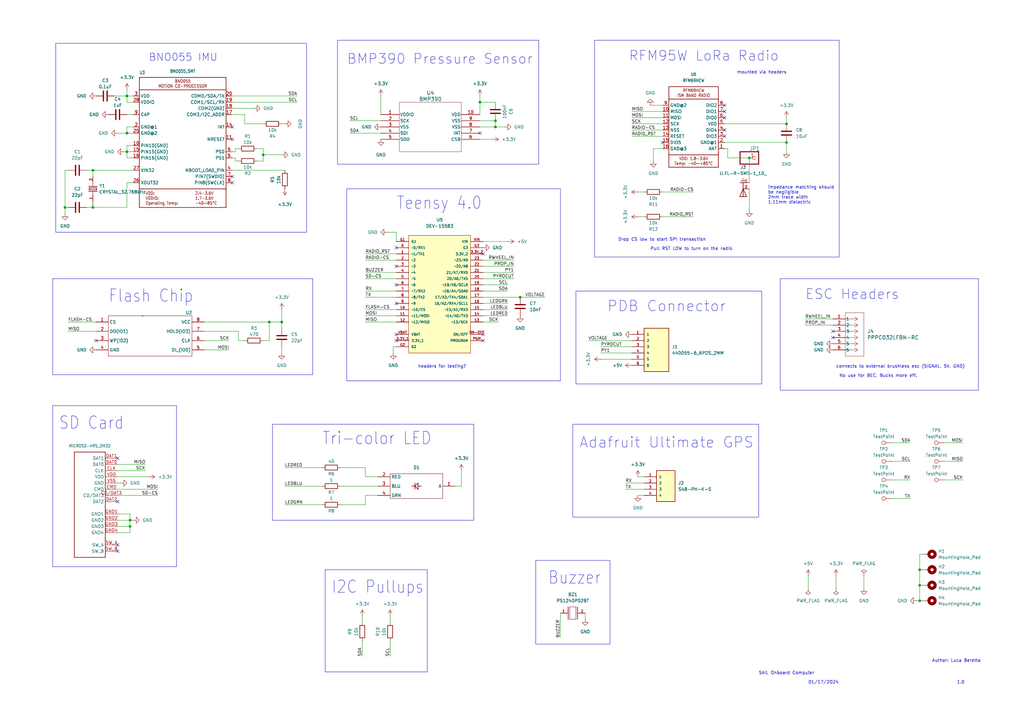
<source format=kicad_sch>
(kicad_sch (version 20230121) (generator eeschema)
  (paper "A3")
  (junction (at 307.34 64.77))
  (junction (at 52.07 62.23))
  (junction (at 213.36 121.92))
  (junction (at 26.67 85.09))
  (junction (at 52.07 54.61))
  (junction (at 115.57 132.08))
  (junction (at 322.58 58.42))
  (junction (at 110.49 132.08))
  (junction (at 196.85 41.91))
  (junction (at 377.19 246.38))
  (junction (at 53.34 215.9))
  (junction (at 38.1 69.85))
  (junction (at 377.19 233.68))
  (junction (at 107.95 63.5))
  (junction (at 203.2 49.53))
  (junction (at 203.2 52.07))
  (junction (at 322.58 50.8))
  (junction (at 53.34 213.36))
  (junction (at 377.19 240.03))
  (junction (at 52.07 39.37))
  (junction (at 38.1 85.09))
  (no_connect (at 162.56 137.16))
  (no_connect (at 297.18 43.18))
  (no_connect (at 95.25 72.39))
  (no_connect (at 196.85 54.61))
  (no_connect (at 95.25 74.93))
  (no_connect (at 48.26 187.96))
  (no_connect (at 162.56 101.6))
  (no_connect (at 297.18 53.34))
  (no_connect (at 95.25 52.07))
  (no_connect (at 39.37 139.7))
  (no_connect (at 162.56 116.84))
  (no_connect (at 297.18 55.88))
  (no_connect (at 48.26 226.06))
  (no_connect (at 162.56 124.46))
  (no_connect (at 95.25 57.15))
  (no_connect (at 341.63 138.43))
  (no_connect (at 341.63 135.89))
  (no_connect (at 198.12 137.16))
  (no_connect (at 297.18 45.72))
  (no_connect (at 297.18 48.26))
  (no_connect (at 48.26 223.52))
  (no_connect (at 48.26 205.74))
  (no_connect (at 162.56 139.7))
  (no_connect (at 198.12 139.7))
  (no_connect (at 162.56 109.22))
  (no_connect (at 198.12 104.14))
  (no_connect (at 271.78 58.42))
  (wire (pts (xy 54.61 213.36) (xy 53.34 213.36)))
  (wire (pts (xy 373.38 181.61) (xy 365.76 181.61)))
  (wire (pts (xy 394.97 189.23) (xy 387.35 189.23)))
  (wire (pts (xy 210.82 114.3) (xy 198.12 114.3)))
  (wire (pts (xy 52.07 62.23) (xy 54.61 62.23)))
  (wire (pts (xy 38.1 82.55) (xy 38.1 85.09)))
  (wire (pts (xy 297.18 50.8) (xy 322.58 50.8)))
  (wire (pts (xy 48.26 215.9) (xy 53.34 215.9)))
  (wire (pts (xy 38.1 82.55) (xy 38.1 85.09)) (stroke (width 0.1524)))
  (wire (pts (xy 139.7 191.77) (xy 142.24 191.77)))
  (wire (pts (xy 259.08 53.34) (xy 271.78 53.34)))
  (wire (pts (xy 149.86 106.68) (xy 162.56 106.68)))
  (wire (pts (xy 149.86 195.58) (xy 154.94 195.58)) (stroke (width 0.1524)))
  (wire (pts (xy 148.59 269.24) (xy 148.59 265.43)) (stroke (width 0.1524)))
  (wire (pts (xy 27.94 85.09) (xy 26.67 85.09)) (stroke (width 0.1524)))
  (wire (pts (xy 240.03 251.46) (xy 240.03 254)) (stroke (width 0.1524)))
  (wire (pts (xy 64.77 203.2) (xy 48.26 203.2)))
  (wire (pts (xy 213.36 121.92) (xy 223.52 121.92)))
  (wire (pts (xy 259.08 55.88) (xy 271.78 55.88)))
  (wire (pts (xy 96.52 66.04) (xy 97.79 66.04)))
  (wire (pts (xy 161.29 142.24) (xy 162.56 142.24)))
  (wire (pts (xy 354.33 236.22) (xy 354.33 241.3)))
  (wire (pts (xy 115.57 50.8) (xy 116.84 50.8)))
  (wire (pts (xy 208.28 119.38) (xy 198.12 119.38)))
  (wire (pts (xy 59.69 190.5) (xy 48.26 190.5)))
  (wire (pts (xy 149.86 191.77) (xy 149.86 195.58)) (stroke (width 0.1524)))
  (wire (pts (xy 198.12 121.92) (xy 213.36 121.92)))
  (wire (pts (xy 284.48 88.9) (xy 271.78 88.9)))
  (wire (pts (xy 116.84 199.39) (xy 132.08 199.39)) (stroke (width 0.1524)))
  (wire (pts (xy 100.33 50.8) (xy 100.33 46.99)))
  (wire (pts (xy 53.34 218.44) (xy 48.26 218.44)))
  (wire (pts (xy 96.52 62.23) (xy 95.25 62.23)))
  (wire (pts (xy 148.59 262.89) (xy 148.59 265.43)))
  (wire (pts (xy 297.18 58.42) (xy 322.58 58.42)))
  (wire (pts (xy 83.82 135.89) (xy 97.79 135.89)))
  (wire (pts (xy 149.86 111.76) (xy 162.56 111.76)))
  (wire (pts (xy 96.52 60.96) (xy 96.52 62.23)))
  (wire (pts (xy 26.67 69.85) (xy 27.94 69.85)))
  (wire (pts (xy 210.82 111.76) (xy 198.12 111.76)))
  (wire (pts (xy 261.62 195.58) (xy 264.16 195.58)))
  (wire (pts (xy 139.7 207.01) (xy 142.24 207.01)))
  (wire (pts (xy 149.86 114.3) (xy 162.56 114.3)))
  (wire (pts (xy 48.26 210.82) (xy 53.34 210.82)))
  (wire (pts (xy 259.08 50.8) (xy 271.78 50.8)))
  (wire (pts (xy 261.62 203.2) (xy 264.16 203.2)))
  (wire (pts (xy 35.56 69.85) (xy 38.1 69.85)))
  (wire (pts (xy 394.97 196.85) (xy 387.35 196.85)))
  (wire (pts (xy 149.86 203.2) (xy 154.94 203.2)) (stroke (width 0.1524)))
  (wire (pts (xy 149.86 129.54) (xy 162.56 129.54)))
  (wire (pts (xy 116.84 207.01) (xy 132.08 207.01)) (stroke (width 0.1524)))
  (wire (pts (xy 93.98 139.7) (xy 83.82 139.7)))
  (wire (pts (xy 160.02 255.27) (xy 160.02 252.73)) (stroke (width 0.1524)))
  (wire (pts (xy 297.18 60.96) (xy 298.45 60.96)))
  (wire (pts (xy 50.8 62.23) (xy 52.07 62.23)))
  (wire (pts (xy 53.34 213.36) (xy 53.34 215.9)))
  (wire (pts (xy 52.07 52.07) (xy 52.07 54.61)))
  (wire (pts (xy 196.85 52.07) (xy 203.2 52.07)))
  (wire (pts (xy 27.94 135.89) (xy 39.37 135.89)))
  (wire (pts (xy 52.07 39.37) (xy 52.07 41.91)) (stroke (width 0.1524)))
  (wire (pts (xy 256.54 198.12) (xy 264.16 198.12)))
  (wire (pts (xy 26.67 69.85) (xy 26.67 85.09)) (stroke (width 0.1524)))
  (wire (pts (xy 96.52 64.77) (xy 95.25 64.77)))
  (wire (pts (xy 38.1 69.85) (xy 54.61 69.85)))
  (wire (pts (xy 59.69 193.04) (xy 48.26 193.04)))
  (wire (pts (xy 261.62 88.9) (xy 264.16 88.9)))
  (wire (pts (xy 373.38 189.23) (xy 365.76 189.23)))
  (wire (pts (xy 52.07 36.83) (xy 52.07 39.37)) (stroke (width 0.1524)))
  (wire (pts (xy 158.75 95.25) (xy 162.56 95.25)))
  (wire (pts (xy 330.2 130.81) (xy 341.63 130.81)))
  (wire (pts (xy 208.28 127) (xy 198.12 127)))
  (wire (pts (xy 115.57 127) (xy 115.57 132.08)))
  (wire (pts (xy 54.61 52.07) (xy 52.07 52.07)))
  (wire (pts (xy 208.28 124.46) (xy 198.12 124.46)))
  (wire (pts (xy 52.07 46.99) (xy 54.61 46.99)))
  (wire (pts (xy 149.86 119.38) (xy 162.56 119.38)))
  (wire (pts (xy 110.49 132.08) (xy 115.57 132.08)) (stroke (width 0.1524)))
  (wire (pts (xy 54.61 64.77) (xy 52.07 64.77)))
  (wire (pts (xy 196.85 41.91) (xy 203.2 41.91)))
  (wire (pts (xy 377.19 233.68) (xy 377.19 227.33)))
  (wire (pts (xy 97.79 139.7) (xy 97.79 135.89)))
  (wire (pts (xy 142.24 199.39) (xy 154.94 199.39)) (stroke (width 0.1524)))
  (wire (pts (xy 104.14 44.45) (xy 95.25 44.45)))
  (wire (pts (xy 107.95 60.96) (xy 107.95 63.5)))
  (wire (pts (xy 52.07 54.61) (xy 54.61 54.61)))
  (wire (pts (xy 149.86 104.14) (xy 162.56 104.14)))
  (wire (pts (xy 53.34 215.9) (xy 53.34 218.44)))
  (wire (pts (xy 110.49 139.7) (xy 110.49 132.08)) (stroke (width 0.1524)))
  (wire (pts (xy 53.34 210.82) (xy 53.34 213.36)))
  (wire (pts (xy 378.46 246.38) (xy 377.19 246.38)))
  (wire (pts (xy 48.26 213.36) (xy 53.34 213.36)))
  (wire (pts (xy 377.19 233.68) (xy 377.19 240.03)))
  (wire (pts (xy 256.54 200.66) (xy 264.16 200.66)))
  (wire (pts (xy 208.28 99.06) (xy 198.12 99.06)))
  (wire (pts (xy 121.92 39.37) (xy 95.25 39.37)))
  (wire (pts (xy 267.97 60.96) (xy 271.78 60.96)))
  (wire (pts (xy 142.24 191.77) (xy 149.86 191.77)) (stroke (width 0.1524)))
  (wire (pts (xy 54.61 41.91) (xy 52.07 41.91)) (stroke (width 0.1524)))
  (wire (pts (xy 139.7 199.39) (xy 142.24 199.39)))
  (wire (pts (xy 38.1 72.39) (xy 38.1 69.85)) (stroke (width 0.1524)))
  (wire (pts (xy 298.45 60.96) (xy 298.45 64.77)))
  (wire (pts (xy 203.2 52.07) (xy 203.2 49.53)))
  (wire (pts (xy 203.2 49.53) (xy 196.85 49.53)))
  (wire (pts (xy 142.24 207.01) (xy 149.86 207.01)) (stroke (width 0.1524)))
  (wire (pts (xy 97.79 139.7) (xy 100.33 139.7)))
  (wire (pts (xy 38.1 85.09) (xy 52.07 85.09)))
  (wire (pts (xy 46.99 39.37) (xy 52.07 39.37)) (stroke (width 0.1524)))
  (wire (pts (xy 342.9 236.22) (xy 342.9 241.3)))
  (wire (pts (xy 107.95 63.5) (xy 107.95 66.04)))
  (wire (pts (xy 207.01 52.07) (xy 203.2 52.07)))
  (wire (pts (xy 210.82 109.22) (xy 198.12 109.22)))
  (wire (pts (xy 60.96 195.58) (xy 48.26 195.58)))
  (wire (pts (xy 116.84 191.77) (xy 132.08 191.77)) (stroke (width 0.1524)))
  (wire (pts (xy 27.94 132.08) (xy 39.37 132.08)))
  (wire (pts (xy 204.47 132.08) (xy 198.12 132.08)))
  (wire (pts (xy 149.86 132.08) (xy 162.56 132.08)))
  (wire (pts (xy 35.56 85.09) (xy 38.1 85.09)) (stroke (width 0.1524)))
  (wire (pts (xy 93.98 143.51) (xy 83.82 143.51)))
  (wire (pts (xy 394.97 181.61) (xy 387.35 181.61)))
  (wire (pts (xy 196.85 41.91) (xy 196.85 46.99)))
  (wire (pts (xy 26.67 85.09) (xy 26.67 87.63)) (stroke (width 0.1524)))
  (wire (pts (xy 52.07 62.23) (xy 52.07 64.77)))
  (wire (pts (xy 284.48 78.74) (xy 271.78 78.74)))
  (wire (pts (xy 330.2 133.35) (xy 341.63 133.35)))
  (wire (pts (xy 52.07 59.69) (xy 52.07 62.23)))
  (wire (pts (xy 210.82 106.68) (xy 198.12 106.68)))
  (wire (pts (xy 107.95 50.8) (xy 100.33 50.8)))
  (wire (pts (xy 143.51 54.61) (xy 156.21 54.61)))
  (wire (pts (xy 148.59 255.27) (xy 148.59 252.73)) (stroke (width 0.1524)))
  (wire (pts (xy 261.62 78.74) (xy 264.16 78.74)))
  (wire (pts (xy 48.26 54.61) (xy 52.07 54.61)))
  (wire (pts (xy 373.38 196.85) (xy 365.76 196.85)))
  (wire (pts (xy 96.52 66.04) (xy 96.52 64.77)))
  (wire (pts (xy 229.87 251.46) (xy 229.87 261.62)) (stroke (width 0.1524)))
  (wire (pts (xy 161.29 144.78) (xy 161.29 142.24)))
  (wire (pts (xy 156.21 39.37) (xy 156.21 46.99)))
  (wire (pts (xy 201.93 57.15) (xy 196.85 57.15)))
  (wire (pts (xy 107.95 139.7) (xy 110.49 139.7)) (stroke (width 0.1524)))
  (wire (pts (xy 298.45 64.77) (xy 307.34 64.77)))
  (wire (pts (xy 107.95 63.5) (xy 115.57 63.5)))
  (wire (pts (xy 100.33 46.99) (xy 95.25 46.99)))
  (wire (pts (xy 365.76 204.47) (xy 373.38 204.47)))
  (wire (pts (xy 107.95 66.04) (xy 105.41 66.04)))
  (wire (pts (xy 246.38 147.32) (xy 259.08 147.32)))
  (wire (pts (xy 83.82 132.08) (xy 110.49 132.08)) (stroke (width 0.1524)))
  (wire (pts (xy 105.41 60.96) (xy 107.95 60.96)))
  (wire (pts (xy 115.57 144.78) (xy 115.57 142.24)))
  (wire (pts (xy 266.7 43.18) (xy 271.78 43.18)))
  (wire (pts (xy 52.07 74.93) (xy 52.07 85.09)) (stroke (width 0.1524)))
  (wire (pts (xy 115.57 132.08) (xy 115.57 134.62)) (stroke (width 0.1524)))
  (wire (pts (xy 322.58 48.26) (xy 322.58 50.8)))
  (wire (pts (xy 259.08 48.26) (xy 271.78 48.26)))
  (wire (pts (xy 377.19 233.68) (xy 378.46 233.68)))
  (wire (pts (xy 331.47 241.3) (xy 331.47 236.22)))
  (wire (pts (xy 189.23 193.04) (xy 189.23 199.39)))
  (wire (pts (xy 208.28 116.84) (xy 198.12 116.84)))
  (wire (pts (xy 52.07 74.93) (xy 54.61 74.93)) (stroke (width 0.1524)))
  (wire (pts (xy 97.79 60.96) (xy 96.52 60.96)))
  (wire (pts (xy 246.38 144.78) (xy 259.08 144.78)))
  (wire (pts (xy 307.34 64.77) (xy 307.34 74.93)))
  (wire (pts (xy 307.34 77.47) (xy 307.34 86.36)))
  (wire (pts (xy 189.23 199.39) (xy 186.69 199.39)))
  (wire (pts (xy 246.38 142.24) (xy 259.08 142.24)))
  (wire (pts (xy 38.1 69.85) (xy 39.37 69.85)) (stroke (width 0.1524)))
  (wire (pts (xy 196.85 39.37) (xy 196.85 41.91)))
  (wire (pts (xy 49.53 198.12) (xy 48.26 198.12)))
  (wire (pts (xy 149.86 127) (xy 162.56 127)))
  (wire (pts (xy 54.61 59.69) (xy 52.07 59.69)))
  (wire (pts (xy 149.86 121.92) (xy 162.56 121.92)))
  (wire (pts (xy 259.08 45.72) (xy 271.78 45.72)))
  (wire (pts (xy 208.28 129.54) (xy 198.12 129.54)))
  (wire (pts (xy 149.86 207.01) (xy 149.86 203.2)) (stroke (width 0.1524)))
  (wire (pts (xy 267.97 60.96) (xy 267.97 66.04)))
  (wire (pts (xy 143.51 49.53) (xy 156.21 49.53)))
  (wire (pts (xy 121.92 41.91) (xy 95.25 41.91)))
  (wire (pts (xy 378.46 227.33) (xy 377.19 227.33)))
  (wire (pts (xy 160.02 262.89) (xy 160.02 269.24)))
  (wire (pts (xy 377.19 240.03) (xy 377.19 246.38)))
  (wire (pts (xy 322.58 58.42) (xy 322.58 62.23)))
  (wire (pts (xy 162.56 95.25) (xy 162.56 99.06)))
  (wire (pts (xy 95.25 69.85) (xy 116.84 69.85)))
  (wire (pts (xy 378.46 240.03) (xy 377.19 240.03)))
  (wire (pts (xy 54.61 39.37) (xy 52.07 39.37)) (stroke (width 0.1524)))
  (wire (pts (xy 64.77 200.66) (xy 48.26 200.66)))
  (wire (pts (xy 377.19 246.38) (xy 375.92 246.38)))
  (wire (pts (xy 241.3 139.7) (xy 259.08 139.7)))
  (rectangle (start 133.35 233.68) (end 175.26 275.59))
  (rectangle (start 236.22 119.38) (end 312.42 157.48))
  (rectangle (start 21.59 114.3) (end 128.27 153.67))
  (rectangle (start 22.86 17.78) (end 125.73 95.25))
  (rectangle (start 320.04 114.3) (end 401.32 160.02))
  (rectangle (start 142.24 77.47) (end 229.87 156.21))
  (rectangle (start 219.71 229.87) (end 250.19 264.16))
  (rectangle (start 111.76 173.99) (end 194.31 213.36))
  (rectangle (start 234.95 173.99) (end 311.15 212.09))
  (rectangle (start 243.84 16.51) (end 344.17 105.41))
  (rectangle (start 138.43 16.51) (end 220.98 67.31))
  (rectangle (start 21.59 166.37) (end 72.39 232.41))
  (text "headers for testing?" (at 171.45 151.13 0) (effects (font (size 1.27 1.27)) (justify left bottom)))
  (text "Flash Chip" (at 44.45 124.46 0) (effects (font (size 5.08 4.318)) (justify left bottom)))
  (text "BMP390 Pressure Sensor" (at 142.24 26.67 0) (effects (font (size 4 4)) (justify left bottom)))
  (text "Teensy 4.0" (at 162.56 86.36 0) (effects (font (size 5.08 4.318)) (justify left bottom)))
  (text "Author: Luca Beretta" (at 382.27 271.78 0) (effects (font (size 1.27 1.27)) (justify left bottom)))
  (text "Buzzer" (at 224.79 240.03 0) (effects (font (size 5.08 4.318)) (justify left bottom)))
  (text "connects to external brushless esc (SIGNAL, 5V, GND)\n" (at 342.9 151.13 0) (effects (font (size 1.27 1.27)) (justify left bottom)))
  (text "SD Card" (at 24.13 176.53 0) (effects (font (size 5.08 4.318)) (justify left bottom)))
  (text "01/17/2024" (at 331.47 280.67 0) (effects (font (size 1.27 1.27)) (justify left bottom)))
  (text "Drop CS low to start SPI transaction" (at 289.56 99.06 0) (effects (font (size 1.27 1.27)) (justify right bottom)))
  (text "ESC Headers" (at 330.2 123.19 0) (effects (font (size 4 4)) (justify left bottom)))
  (text "1.0" (at 392.43 280.67 0) (effects (font (size 1.27 1.27)) (justify left bottom)))
  (text "PDB Connector" (at 248.92 128.27 0) (effects (font (size 4.318 4.318)) (justify left bottom)))
  (text "BNO055 IMU\n" (at 60.96 25.4 0) (effects (font (size 3 3)) (justify left bottom)))
  (text "SAIL Onboard Computer\n" (at 311.15 276.86 0) (effects (font (size 1.27 1.27)) (justify left bottom)))
  (text "RFM95W LoRa Radio" (at 257.81 25.4 0) (effects (font (size 4 4)) (justify left bottom)))
  (text "mounted via headers" (at 302.26 30.48 0) (effects (font (size 1.27 1.27)) (justify left bottom)))
  (text "impedance matching should\nbe negligible\n2mm trace width\n1.11mm dielectric" (at 314.96 83.82 0) (effects (font (size 1.27 1.27)) (justify left bottom)))
  (text "No use for BEC, Bucks more eff." (at 344.17 154.94 0) (effects (font (size 1.27 1.27)) (justify left bottom)))
  (text "Pull RST LOW to turn on the radio" (at 266.7 102.87 0) (effects (font (size 1.27 1.27)) (justify left bottom)))
  (text "Adafruit Ultimate GPS \n" (at 237.49 184.15 0) (effects (font (size 4.318 4.318)) (justify left bottom)))
  (text "I2C Pullups" (at 135.89 243.84 0) (effects (font (size 5.08 4.318)) (justify left bottom)))
  (text "Tri-color LED" (at 132.08 182.88 0) (effects (font (size 5.08 4.318)) (justify left bottom)))
  (label "SDA" (at 208.28 119.38 180))
  (label "MISO" (at 259.08 45.72 0) (effects (font (size 1.2446 1.2446))))
  (label "SCK" (at 93.98 139.7 180) (effects (font (size 1.2446 1.2446))))
  (label "RX" (at 373.38 196.85 180) (effects (font (size 1.2446 1.2446))))
  (label "PYROCUT" (at 246.38 142.24 0))
  (label "LEDGRN" (at 116.84 207.01 0) (effects (font (size 1.2446 1.2446))))
  (label "RADIO-CS" (at 259.08 53.34 0) (effects (font (size 1.2446 1.2446))))
  (label "LEDBLU" (at 208.28 127 180) (effects (font (size 1.2446 1.2446))))
  (label "RADIO_RST" (at 284.48 88.9 180) (effects (font (size 1.2446 1.2446))))
  (label "FLASH-CS" (at 149.86 127 0))
  (label "SCK" (at 394.97 196.85 180) (effects (font (size 1.2446 1.2446))))
  (label "MISO" (at 394.97 189.23 180) (effects (font (size 1.2446 1.2446))))
  (label "PROP_IN" (at 330.2 133.35 0))
  (label "VOLTAGE" (at 241.3 139.7 0) (effects (font (size 1.2446 1.2446))))
  (label "TX" (at 149.86 121.92 0))
  (label "RWHEEL_IN" (at 330.2 130.81 0))
  (label "RADIO-CS" (at 284.48 78.74 180) (effects (font (size 1.2446 1.2446))))
  (label "TX" (at 256.54 200.66 0) (effects (font (size 1.2446 1.2446))))
  (label "MOSI" (at 394.97 181.61 180) (effects (font (size 1.2446 1.2446))))
  (label "PY1" (at 246.38 144.78 0))
  (label "MOSI" (at 93.98 143.51 180) (effects (font (size 1.2446 1.2446))))
  (label "BUZZER" (at 229.87 261.62 90) (effects (font (size 1.2446 1.2446))))
  (label "RWHEEL_IN" (at 210.82 106.68 180))
  (label "PYROCUT" (at 210.82 114.3 180))
  (label "SDA" (at 143.51 54.61 0) (effects (font (size 1.2446 1.2446))))
  (label "PY1" (at 210.82 111.76 180))
  (label "MOSI" (at 64.77 200.66 180) (effects (font (size 1.2446 1.2446))))
  (label "MISO" (at 59.69 190.5 180))
  (label "RADIO_RST" (at 149.86 104.14 0))
  (label "LEDRED" (at 208.28 129.54 180) (effects (font (size 1.2446 1.2446))))
  (label "SCK" (at 259.08 50.8 0) (effects (font (size 1.2446 1.2446))))
  (label "VOLTAGE" (at 223.52 121.92 180))
  (label "SD-CS" (at 64.77 203.2 180) (effects (font (size 1.2446 1.2446))))
  (label "MISO" (at 149.86 132.08 0))
  (label "SCL" (at 143.51 49.53 0) (effects (font (size 1.2446 1.2446))))
  (label "LEDRED" (at 116.84 191.77 0) (effects (font (size 1.2446 1.2446))))
  (label "FLASH-CS" (at 27.94 132.08 0) (effects (font (size 1.2446 1.2446))))
  (label "SCL" (at 160.02 269.24 90) (effects (font (size 1.2446 1.2446))))
  (label "LEDBLU" (at 116.84 199.39 0) (effects (font (size 1.2446 1.2446))))
  (label "RX" (at 149.86 119.38 0))
  (label "SCK" (at 204.47 132.08 180))
  (label "MOSI" (at 259.08 48.26 0) (effects (font (size 1.2446 1.2446))))
  (label "MISO" (at 27.94 135.89 0) (effects (font (size 1.2446 1.2446))))
  (label "SD-CS" (at 149.86 114.3 0) (effects (font (size 1.2446 1.2446))))
  (label "TX" (at 373.38 204.47 180) (effects (font (size 1.2446 1.2446))))
  (label "PROP_IN" (at 210.82 109.22 180))
  (label "SCL" (at 373.38 189.23 180) (effects (font (size 1.2446 1.2446))))
  (label "SCK" (at 59.69 193.04 180))
  (label "SCL" (at 121.92 41.91 180) (effects (font (size 1.2446 1.2446))))
  (label "SCL" (at 208.28 116.84 180))
  (label "LEDGRN" (at 208.28 124.46 180) (effects (font (size 1.2446 1.2446))))
  (label "SDA" (at 121.92 39.37 180) (effects (font (size 1.2446 1.2446))))
  (label "SDA" (at 148.59 269.24 90) (effects (font (size 1.2446 1.2446))))
  (label "RADIO-CS" (at 149.86 106.68 0))
  (label "MOSI" (at 149.86 129.54 0))
  (label "BUZZER" (at 149.86 111.76 0) (effects (font (size 1.2446 1.2446))))
  (label "RADIO_RST" (at 259.08 55.88 0) (effects (font (size 1.2446 1.2446))))
  (label "SDA" (at 373.38 181.61 180) (effects (font (size 1.2446 1.2446))))
  (label "RX" (at 256.54 198.12 0) (effects (font (size 1.2446 1.2446))))
  (symbol (lib_id "power:+3.3V") (at 116.84 77.47 180) (unit 1)
    (property "Reference" "#PWR016" (effects hide))
    (property "Value" "+3.3V" (at 116.84 83.82 0))
  )
  (symbol (lib_id "Device:R") (at 267.97 88.9 90) (unit 1)
    (property "Reference" "R12" (at 267.97 93.98 90))
    (property "Value" "10k" (at 267.97 91.44 90))
    (property "Footprint" "CustomFootprintLib:0805-NO-Resistor" (effects hide))
  )
  (symbol (lib_id "power:GND") (at 322.58 62.23 0) (mirror y) (unit 1)
    (property "Reference" "#PWR043" (effects hide))
    (property "Value" "GND" (at 322.58 67.31 0))
  )
  (symbol (lib_id "power:GND") (at 259.08 137.16 270) (unit 1)
    (property "Reference" "#PWR033" (effects hide))
    (property "Value" "GND" (at 255.27 137.16 90) (effects (justify right)))
  )
  (symbol (lib_id "CustomComponents:440055-6_6POS_2MM") (at 269.24 144.78 0) (unit 1)
    (property "Reference" "J1" (at 275.59 142.24 0) (effects (justify left)))
    (property "Value" "440055-6_6POS_2MM" (at 275.59 144.78 0) (effects (justify left)))
    (property "Footprint" "CustomFootprintLib:TE_440055-6_6POS_2MM" (effects hide))
    (property "PARTREV" "R" (effects hide))
    (property "STANDARD" "Manufacturer Recommendations" (effects hide))
    (property "MANUFACTURER" "TE" (effects hide))
  )
  (symbol (lib_id "power:+3.3V") (at 201.93 57.15 270) (unit 1)
    (property "Reference" "#PWR027" (effects hide))
    (property "Value" "+3.3V" (at 205.74 57.15 90) (effects (justify left)))
  )
  (symbol (lib_id "Device:C") (at 115.57 138.43 0) (unit 1)
    (property "Reference" "C5" (at 119.38 137.16 0) (effects (justify left)))
    (property "Value" "22pF" (at 119.38 139.7 0) (effects (justify left)))
    (property "Footprint" "CustomFootprintLib:0805-NO (Capacitor)" (effects hide))
  )
  (symbol (lib_id "CustomComponents:HEADER-1X1ROUND") (at 309.88 64.77 0) (unit 1)
    (property "Reference" "JP1" (at 307.34 60.96 0) (effects (font (size 1.778 1.5113)) (justify left)))
    (property "Value" "HEADER-1X1ROUND" (effects hide))
    (property "Footprint" "CustomFootprintLib:1X01_ROUND" (effects hide))
  )
  (symbol (lib_id "power:GND") (at 198.12 101.6 90) (unit 1)
    (property "Reference" "#PWR026" (effects hide))
    (property "Value" "GND" (at 201.93 101.6 90) (effects (justify right)))
  )
  (symbol (lib_id "Device:C") (at 322.58 54.61 180) (unit 1)
    (property "Reference" "C8" (at 326.39 53.34 0) (effects (justify right)))
    (property "Value" "10uF" (at 326.39 55.88 0) (effects (justify right)))
    (property "Footprint" "CustomFootprintLib:0805-NO (Capacitor)" (effects hide))
  )
  (symbol (lib_id "power:GND") (at 39.37 39.37 270) (unit 1)
    (property "Reference" "#PWR02" (effects hide))
    (property "Value" "GND" (at 35.56 39.37 90) (effects (justify right)))
  )
  (symbol (lib_id "Connector:TestPoint") (at 387.35 196.85 90) (unit 1)
    (property "Reference" "TP7" (at 384.048 191.77 90))
    (property "Value" "TestPoint" (at 384.048 194.31 90))
    (property "Footprint" "TestPoint:TestPoint_Pad_D1.0mm" (effects hide))
  )
  (symbol (lib_id "power:GND") (at 115.57 144.78 0) (unit 1)
    (property "Reference" "#PWR014" (effects hide))
    (property "Value" "GND" (at 115.57 149.86 0))
  )
  (symbol (lib_id "power:GND") (at 115.57 63.5 90) (unit 1)
    (property "Reference" "#PWR012" (effects hide))
    (property "Value" "GND" (at 119.38 63.5 90) (effects (justify right)))
  )
  (symbol (lib_id "CustomComponents:U.FL-R-SMT-1_10_") (at 304.8 77.47 180) (unit 1)
    (property "Reference" "J3" (at 304.8 68.58 0))
    (property "Value" "U.FL-R-SMT-1_10_" (at 304.8 71.12 0))
    (property "Footprint" "CustomFootprintLib:CONN1_UFL-R_HIR" (effects hide))
    (property "DESCRIPTION" "U.FL Series 6 Ghz 50 Ohm Ultra-small SMT Coaxial Cable Receptacle" (effects hide))
    (property "PACKAGE" "None" (effects hide))
    (property "PRICE" "0.71 USD" (effects hide))
    (property "STANDARD" "Manufacturer Recommendation" (effects hide))
    (property "MP" "U.FL-R-SMT-1_10_" (effects hide))
    (property "AVAILABILITY" "Good" (effects hide))
    (property "MANUFACTURER" "Hirose" (effects hide))
  )
  (symbol (lib_id "power:+3.3V") (at 189.23 193.04 0) (unit 1)
    (property "Reference" "#PWR024" (effects hide))
    (property "Value" "+3.3V" (at 189.23 187.96 0))
  )
  (symbol (lib_id "power:GND") (at 48.26 54.61 270) (unit 1)
    (property "Reference" "#PWR05" (effects hide))
    (property "Value" "GND" (at 44.45 54.61 90) (effects (justify right)))
  )
  (symbol (lib_id "CustomComponents:Diffused_RGB_(tri-color)_LED_-_Common_Anode") (at 160.02 185.42 0) (unit 1)
    (property "Reference" "D1" (at 170.815 191.77 0))
    (property "Value" "TRI-COLOR LED" (effects hide))
    (property "Footprint" "CustomFootprintLib:LED_D5.0mm-4_RGB" (effects hide))
  )
  (symbol (lib_id "Device:R") (at 160.02 259.08 180) (unit 1)
    (property "Reference" "R10" (at 154.94 259.08 90))
    (property "Value" "10k" (at 157.48 259.08 90))
    (property "Footprint" "CustomFootprintLib:0805-NO-Resistor" (effects hide))
  )
  (symbol (lib_id "power:GND") (at 341.63 143.51 270) (unit 1)
    (property "Reference" "#PWR046" (effects hide))
    (property "Value" "GND" (at 337.82 143.51 90) (effects (justify right)))
  )
  (symbol (lib_id "power:+5V") (at 208.28 99.06 270) (unit 1)
    (property "Reference" "#PWR029" (effects hide))
    (property "Value" "+5V" (at 212.09 99.06 90) (effects (justify left)))
  )
  (symbol (lib_id "CustomComponents:S4B-PH-K-S_LF__SN_") (at 271.78 198.12 0) (unit 1)
    (property "Reference" "J2" (at 278.13 198.12 0) (effects (justify left)))
    (property "Value" "S4B-PH-K-S" (at 278.13 200.66 0) (effects (justify left)))
    (property "Footprint" "CustomFootprintLib:JST_S4B-PH-K-S_LF__SN_" (effects hide))
    (property "Datasheet" "https://www.jst-mfg.com/product/pdf/eng/ePH.pdf" (effects hide))
    (property "STANDARD" "Manufacturer Recommendation" (effects hide))
    (property "MANUFACTURER" "JST" (effects hide))
  )
  (symbol (lib_id "Mechanical:MountingHole_Pad") (at 381 233.68 270) (unit 1)
    (property "Reference" "H2" (at 384.81 232.41 90) (effects (justify left)))
    (property "Value" "MountingHole_Pad" (at 384.81 234.95 90) (effects (justify left)))
    (property "Footprint" "MountingHole:MountingHole_3mm_Pad" (effects hide))
  )
  (symbol (lib_id "Device:C") (at 31.75 85.09 90) (unit 1)
    (property "Reference" "C2" (at 31.75 77.47 90))
    (property "Value" "22pF" (at 31.75 80.01 90))
    (property "Footprint" "CustomFootprintLib:0805-NO (Capacitor)" (effects hide))
  )
  (symbol (lib_id "power:GND") (at 116.84 50.8 90) (unit 1)
    (property "Reference" "#PWR015" (effects hide))
    (property "Value" "GND" (at 123.19 50.8 0))
  )
  (symbol (lib_id "power:PWR_FLAG") (at 342.9 241.3 0) (mirror x) (unit 1)
    (property "Reference" "#FLG02" (effects hide))
    (property "Value" "PWR_FLAG" (at 342.9 246.38 0))
  )
  (symbol (lib_id "power:GND") (at 240.03 254 0) (unit 1)
    (property "Reference" "#PWR031" (effects hide))
    (property "Value" "GND" (at 240.03 259.08 0))
  )
  (symbol (lib_id "CustomComponents:BMP390") (at 156.21 46.99 0) (unit 1)
    (property "Reference" "U4" (at 176.53 38.1 0) (effects (font (size 1.524 1.524))))
    (property "Value" "BMP390" (at 176.53 40.64 0) (effects (font (size 1.524 1.524))))
    (property "Footprint" "CustomFootprintLib:LGA10_BMP390_BOS" (effects hide))
    (property "Datasheet" "BMP390" (effects hide))
  )
  (symbol (lib_id "power:GND") (at 307.34 86.36 0) (mirror y) (unit 1)
    (property "Reference" "#PWR041" (effects hide))
    (property "Value" "GND" (at 307.34 91.44 0))
  )
  (symbol (lib_id "Device:C") (at 43.18 39.37 90) (unit 1)
    (property "Reference" "C3" (at 43.18 33.02 90))
    (property "Value" "0.1uF" (at 43.18 35.56 90))
    (property "Footprint" "CustomFootprintLib:0805-NO (Capacitor)" (effects hide))
  )
  (symbol (lib_id "CustomComponents:PS1240P02BT") (at 234.95 251.46 0) (unit 1)
    (property "Reference" "BZ1" (at 234.95 243.84 0))
    (property "Value" "PS1240P02BT" (at 234.95 246.38 0))
    (property "Footprint" "CustomFootprintLib:BUZZER_XDCR_PS1240P02BT" (effects hide))
    (property "MF" "TDK" (effects hide))
    (property "MAXIMUM_PACKAGE_HEIGHT" "7.0mm" (effects hide))
    (property "PACKAGE" "SIP-5 TDK" (effects hide))
    (property "PRICE" "None" (effects hide))
    (property "MP" "PS1240P02CT3" (effects hide))
    (property "AVAILABILITY" "Unavailable" (effects hide))
    (property "DESCRIPTION" "Buzzers Transducer, Externally Driven Piezo 3V 4kHz 60dB @ 3V, 10cm Through Hole PC Pins" (effects hide))
  )
  (symbol (lib_id "Connector:TestPoint") (at 365.76 181.61 90) (unit 1)
    (property "Reference" "TP1" (at 362.458 176.53 90))
    (property "Value" "TestPoint" (at 362.458 179.07 90))
    (property "Footprint" "TestPoint:TestPoint_Pad_D1.0mm" (effects hide))
  )
  (symbol (lib_id "power:GND") (at 104.14 44.45 90) (unit 1)
    (property "Reference" "#PWR011" (effects hide))
    (property "Value" "GND" (at 107.95 44.45 90) (effects (justify right)))
  )
  (symbol (lib_id "Connector:TestPoint") (at 365.76 189.23 90) (unit 1)
    (property "Reference" "TP2" (at 362.458 184.15 90))
    (property "Value" "TestPoint" (at 362.458 186.69 90))
    (property "Footprint" "TestPoint:TestPoint_Pad_D1.0mm" (effects hide))
  )
  (symbol (lib_id "Connector:TestPoint") (at 365.76 196.85 90) (unit 1)
    (property "Reference" "TP3" (at 362.458 191.77 90))
    (property "Value" "TestPoint" (at 362.458 194.31 90))
    (property "Footprint" "TestPoint:TestPoint_Pad_D1.0mm" (effects hide))
  )
  (symbol (lib_id "Device:R") (at 101.6 60.96 270) (unit 1)
    (property "Reference" "R1" (at 101.6 55.88 90))
    (property "Value" "10k" (at 101.6 58.42 90))
    (property "Footprint" "CustomFootprintLib:0805-NO-Resistor" (effects hide))
  )
  (symbol (lib_id "power:GND") (at 44.45 46.99 270) (unit 1)
    (property "Reference" "#PWR04" (effects hide))
    (property "Value" "GND" (at 40.64 46.99 90) (effects (justify right)))
  )
  (symbol (lib_id "power:GND") (at 213.36 129.54 0) (unit 1)
    (property "Reference" "#PWR030" (effects hide))
    (property "Value" "GND" (at 213.36 134.62 0))
  )
  (symbol (lib_id "CustomComponents:RFM69HCW_SMT") (at 284.48 50.8 0) (unit 1)
    (property "Reference" "U6" (at 284.48 30.48 0) (effects (font (size 1.27 1.0795))))
    (property "Value" "RFM69HCW" (at 284.48 33.02 0) (effects (font (size 1.27 1.0795))))
    (property "Footprint" "CustomFootprintLib:RFMHCW_SMT" (effects hide))
  )
  (symbol (lib_id "Connector:TestPoint") (at 387.35 189.23 90) (unit 1)
    (property "Reference" "TP6" (at 384.048 184.15 90))
    (property "Value" "TestPoint" (at 384.048 186.69 90))
    (property "Footprint" "TestPoint:TestPoint_Pad_D1.0mm" (effects hide))
  )
  (symbol (lib_id "CustomComponents:CRYSTAL_ECS-.327-12.5-34B-TR") (at 38.1 77.47 90) (unit 1)
    (property "Reference" "Y1" (at 40.64 76.2 90) (effects (justify right)))
    (property "Value" "CRYSTAL_32.768kHz" (at 40.64 78.74 90) (effects (justify right)))
    (property "Footprint" "CustomFootprintLib:CRYSTAL_ECS-.327-12.5-34B-TR" (effects hide))
    (property "MANUFACTURER" "ECS Inc." (effects hide))
    (property "STANDARD" "Manufacturer recommendations" (effects hide))
  )
  (symbol (lib_id "power:+3.3V") (at 60.96 195.58 270) (unit 1)
    (property "Reference" "#PWR010" (effects hide))
    (property "Value" "+3.3V" (at 64.77 195.58 90) (effects (justify left)))
  )
  (symbol (lib_id "power:+5V") (at 331.47 236.22 0) (mirror y) (unit 1)
    (property "Reference" "#PWR044" (effects hide))
    (property "Value" "+5V" (at 331.47 231.14 0))
  )
  (symbol (lib_id "power:PWR_FLAG") (at 331.47 241.3 0) (mirror x) (unit 1)
    (property "Reference" "#FLG01" (effects hide))
    (property "Value" "PWR_FLAG" (at 331.47 246.38 0))
  )
  (symbol (lib_id "power:GND") (at 375.92 246.38 270) (unit 1)
    (property "Reference" "#PWR049" (effects hide))
    (property "Value" "GND" (at 372.11 246.38 90) (effects (justify right)))
  )
  (symbol (lib_id "power:+3.3V") (at 261.62 195.58 0) (unit 1)
    (property "Reference" "#PWR037" (effects hide))
    (property "Value" "+3.3V" (at 261.62 190.5 0))
  )
  (symbol (lib_id "Mechanical:MountingHole_Pad") (at 381 246.38 270) (unit 1)
    (property "Reference" "H4" (at 384.81 245.11 90) (effects (justify left)))
    (property "Value" "MountingHole_Pad" (at 384.81 247.65 90) (effects (justify left)))
    (property "Footprint" "MountingHole:MountingHole_3mm_Pad" (effects hide))
  )
  (symbol (lib_id "power:GND") (at 49.53 198.12 90) (unit 1)
    (property "Reference" "#PWR06" (effects hide))
    (property "Value" "GND" (at 53.34 198.12 90) (effects (justify right)))
  )
  (symbol (lib_id "CustomComponents:PPPC032LFBN-RC") (at 341.63 130.81 0) (unit 1)
    (property "Reference" "J4" (at 355.6 135.89 0) (effects (font (size 1.524 1.524)) (justify left)))
    (property "Value" "PPPC032LFBN-RC" (at 355.6 138.43 0) (effects (font (size 1.524 1.524)) (justify left)))
    (property "Footprint" "CustomFootprintLib:SULLINS_PPPC032LFBN-RC_2x3_header" (effects hide))
    (property "Datasheet" "https://cdn.harwin.com/pdfs/Harwin_Datasheet-INDESS.pdf" (effects hide))
  )
  (symbol (lib_id "power:+3.3V") (at 322.58 48.26 0) (mirror y) (unit 1)
    (property "Reference" "#PWR042" (effects hide))
    (property "Value" "+3.3V" (at 322.58 43.18 0))
  )
  (symbol (lib_id "power:+3.3V") (at 156.21 39.37 0) (unit 1)
    (property "Reference" "#PWR018" (effects hide))
    (property "Value" "+3.3V" (at 156.21 34.29 0))
  )
  (symbol (lib_id "power:GND") (at 261.62 203.2 0) (unit 1)
    (property "Reference" "#PWR038" (effects hide))
    (property "Value" "GND" (at 261.62 208.28 0))
  )
  (symbol (lib_id "CustomComponents:W25Q64JV") (at 60.96 124.46 0) (unit 1)
    (property "Reference" "U2" (at 77.47 128.27 0))
    (property "Value" "~" (at 58.42 129.54 0))
    (property "Footprint" "CustomFootprintLib:W25Q64JVSSIQ" (effects hide))
    (property "Datasheet" "https://www.winbond.com/hq/support/documentation/?__locale=en&line=/product/code-storage-flash-memory/index.html&family=/product/code-storage-flash-memory/serial-nor-flash/index.html&pno=W25Q64JV&category=/.categories/resources/datasheet/" (effects hide))
  )
  (symbol (lib_id "power:GND") (at 50.8 62.23 270) (unit 1)
    (property "Reference" "#PWR07" (effects hide))
    (property "Value" "GND" (at 46.99 62.23 90) (effects (justify right)))
  )
  (symbol (lib_id "Connector:TestPoint") (at 387.35 181.61 90) (unit 1)
    (property "Reference" "TP5" (at 384.048 176.53 90))
    (property "Value" "TestPoint" (at 384.048 179.07 90))
    (property "Footprint" "TestPoint:TestPoint_Pad_D1.0mm" (effects hide))
  )
  (symbol (lib_id "power:+3.3V") (at 52.07 36.83 0) (unit 1)
    (property "Reference" "#PWR08" (effects hide))
    (property "Value" "+3.3V" (at 52.07 31.75 0))
  )
  (symbol (lib_id "power:+3.3V") (at 342.9 236.22 0) (unit 1)
    (property "Reference" "#PWR047" (effects hide))
    (property "Value" "+3.3V" (at 342.9 231.14 0))
  )
  (symbol (lib_id "Device:R") (at 135.89 199.39 90) (unit 1)
    (property "Reference" "R7" (at 135.89 201.93 90))
    (property "Value" "1" (at 135.89 196.85 90))
    (property "Footprint" "CustomFootprintLib:0805-NO-Resistor" (effects hide))
  )
  (symbol (lib_id "Device:C") (at 203.2 45.72 0) (unit 1)
    (property "Reference" "C6" (at 209.55 45.72 90))
    (property "Value" "100nF" (at 207.01 45.72 90))
    (property "Footprint" "CustomFootprintLib:0805-NO (Capacitor)" (effects hide))
  )
  (symbol (lib_id "power:GND") (at 158.75 95.25 270) (unit 1)
    (property "Reference" "#PWR021" (effects hide))
    (property "Value" "GND" (at 154.94 95.25 90) (effects (justify right)))
  )
  (symbol (lib_id "Device:R") (at 111.76 50.8 270) (unit 1)
    (property "Reference" "R4" (at 111.76 55.88 90))
    (property "Value" "10k" (at 111.76 53.34 90))
    (property "Footprint" "CustomFootprintLib:0805-NO-Resistor" (effects hide))
  )
  (symbol (lib_id "power:+3.3V") (at 261.62 88.9 90) (mirror x) (unit 1)
    (property "Reference" "#PWR036" (effects hide))
    (property "Value" "+3.3V" (at 256.54 88.9 0))
  )
  (symbol (lib_id "power:GND") (at 54.61 213.36 90) (unit 1)
    (property "Reference" "#PWR09" (effects hide))
    (property "Value" "GND" (at 58.42 213.36 90) (effects (justify right)))
  )
  (symbol (lib_id "CustomComponents:BNO055_SMT") (at 74.93 57.15 0) (unit 1)
    (property "Reference" "U3" (at 57.15 30.48 0) (effects (font (size 1.27 1.0795)) (justify left bottom)))
    (property "Value" "BNO055_SMT" (at 74.93 29.21 0) (effects (font (size 1.27 1.0795))))
    (property "Footprint" "CustomFootprintLib:BNO055_SMT" (effects hide))
  )
  (symbol (lib_id "Device:C") (at 48.26 46.99 90) (unit 1)
    (property "Reference" "C4" (at 48.26 40.64 90))
    (property "Value" "1uF" (at 48.26 43.18 90))
    (property "Footprint" "CustomFootprintLib:0805-NO (Capacitor)" (effects hide))
  )
  (symbol (lib_id "power:+5V") (at 259.08 149.86 90) (unit 1)
    (property "Reference" "#PWR034" (effects hide))
    (property "Value" "+5V" (at 255.27 149.86 90) (effects (justify left)))
  )
  (symbol (lib_id "CustomComponents:DEV-15583") (at 180.34 118.11 0) (unit 1)
    (property "Reference" "U5" (at 180.34 90.17 0))
    (property "Value" "DEV-15583" (at 180.34 92.71 0))
    (property "Footprint" "CustomFootprintLib:MODULE_DEV-15583" (effects hide))
    (property "Datasheet" "https://www.pjrc.com/store/teensy40.html" (effects hide))
    (property "MF" "SparkFun Electronics" (effects hide))
    (property "MAXIMUM_PACKAGE_HEIGHT" "5.87mm" (effects hide))
    (property "Package" "None" (effects hide))
    (property "Price" "None" (effects hide))
    (property "Check_prices" "https://www.snapeda.com/parts/DEV-15583/SparkFun+Electronics/view-part/?ref=eda" (effects hide))
    (property "STANDARD" "Manufacturer Recommendations" (effects hide))
    (property "SnapEDA_Link" "https://www.snapeda.com/parts/DEV-15583/SparkFun+Electronics/view-part/?ref=snap" (effects hide))
    (property "MP" "DEV-15583" (effects hide))
    (property "Purchase-URL" "https://www.snapeda.com/api/url_track_click_mouser/?unipart_id=4001229&manufacturer=SparkFun Electronics&part_name=DEV-15583&search_term=None" (effects hide))
    (property "Description" "\nRT1062 Teensy 4.0 series ARM® Cortex®-M7 MPU Embedded Evaluation Board\n" (effects hide))
    (property "Availability" "In Stock" (effects hide))
    (property "MANUFACTURER" "Sparkfun" (effects hide))
  )
  (symbol (lib_id "Mechanical:MountingHole_Pad") (at 381 227.33 270) (unit 1)
    (property "Reference" "H1" (at 384.81 226.06 90) (effects (justify left)))
    (property "Value" "MountingHole_Pad" (at 384.81 228.6 90) (effects (justify left)))
    (property "Footprint" "MountingHole:MountingHole_3mm_Pad" (effects hide))
  )
  (symbol (lib_id "power:GND") (at 354.33 241.3 0) (unit 1)
    (property "Reference" "#PWR048" (effects hide))
    (property "Value" "GND" (at 354.33 246.38 0))
  )
  (symbol (lib_id "Mechanical:MountingHole_Pad") (at 381 240.03 270) (unit 1)
    (property "Reference" "H3" (at 384.81 238.76 90) (effects (justify left)))
    (property "Value" "MountingHole_Pad" (at 384.81 241.3 90) (effects (justify left)))
    (property "Footprint" "MountingHole:MountingHole_3mm_Pad" (effects hide))
  )
  (symbol (lib_id "power:GND") (at 26.67 87.63 0) (unit 1)
    (property "Reference" "#PWR01" (effects hide))
    (property "Value" "GND" (at 26.67 92.71 0))
  )
  (symbol (lib_id "Device:R") (at 101.6 66.04 270) (unit 1)
    (property "Reference" "R2" (at 101.6 71.12 90))
    (property "Value" "10k" (at 101.6 68.58 90))
    (property "Footprint" "CustomFootprintLib:0805-NO-Resistor" (effects hide))
  )
  (symbol (lib_id "power:+3.3V") (at 261.62 78.74 90) (mirror x) (unit 1)
    (property "Reference" "#PWR035" (effects hide))
    (property "Value" "+3.3V" (at 256.54 78.74 0))
  )
  (symbol (lib_id "Device:R") (at 135.89 191.77 90) (unit 1)
    (property "Reference" "R6" (at 135.89 194.31 90))
    (property "Value" "40" (at 135.89 189.23 90))
    (property "Footprint" "CustomFootprintLib:0805-NO-Resistor" (effects hide))
  )
  (symbol (lib_id "power:GND") (at 207.01 52.07 90) (unit 1)
    (property "Reference" "#PWR028" (effects hide))
    (property "Value" "GND" (at 210.82 52.07 90) (effects (justify right)))
  )
  (symbol (lib_id "Device:R") (at 135.89 207.01 90) (unit 1)
    (property "Reference" "R8" (at 135.89 209.55 90))
    (property "Value" "1" (at 135.89 204.47 90))
    (property "Footprint" "CustomFootprintLib:0805-NO-Resistor" (effects hide))
  )
  (symbol (lib_id "Device:R") (at 104.14 139.7 90) (unit 1)
    (property "Reference" "R3" (at 104.14 134.62 90))
    (property "Value" "470" (at 104.14 137.16 90))
    (property "Footprint" "CustomFootprintLib:0805-NO-Resistor" (effects hide))
  )
  (symbol (lib_id "power:PWR_FLAG") (at 354.33 236.22 0) (unit 1)
    (property "Reference" "#FLG03" (effects hide))
    (property "Value" "PWR_FLAG" (at 354.33 231.14 0))
  )
  (symbol (lib_id "power:+3.3V") (at 148.59 252.73 0) (unit 1)
    (property "Reference" "#PWR017" (effects hide))
    (property "Value" "+3.3V" (at 148.59 247.65 0))
  )
  (symbol (lib_id "power:GND") (at 161.29 144.78 0) (unit 1)
    (property "Reference" "#PWR023" (effects hide))
    (property "Value" "GND" (at 161.29 149.86 0))
  )
  (symbol (lib_id "Device:C") (at 213.36 125.73 180) (unit 1)
    (property "Reference" "C7" (at 217.17 124.46 0) (effects (justify right)))
    (property "Value" "10nF" (at 217.17 127 0) (effects (justify right)))
    (property "Footprint" "CustomFootprintLib:0805-NO (Capacitor)" (effects hide))
  )
  (symbol (lib_id "power:+3.3V") (at 246.38 147.32 90) (mirror x) (unit 1)
    (property "Reference" "#PWR032" (effects hide))
    (property "Value" "+3.3V" (at 241.3 147.32 0))
  )
  (symbol (lib_id "power:GND") (at 266.7 43.18 180) (unit 1)
    (property "Reference" "#PWR039" (effects hide))
    (property "Value" "GND" (at 266.7 38.1 0))
  )
  (symbol (lib_id "power:+3.3V") (at 115.57 127 0) (unit 1)
    (property "Reference" "#PWR013" (effects hide))
    (property "Value" "+3.3V" (at 115.57 121.92 0))
  )
  (symbol (lib_id "power:GND") (at 156.21 57.15 0) (unit 1)
    (property "Reference" "#PWR020" (effects hide))
    (property "Value" "GND" (at 156.21 63.5 0))
  )
  (symbol (lib_id "power:GND") (at 156.21 52.07 270) (unit 1)
    (property "Reference" "#PWR019" (effects hide))
    (property "Value" "GND" (at 152.4 52.07 90) (effects (justify right)))
  )
  (symbol (lib_id "Device:C") (at 31.75 69.85 90) (unit 1)
    (property "Reference" "C1" (at 31.75 62.23 90))
    (property "Value" "22pF" (at 31.75 64.77 90))
    (property "Footprint" "CustomFootprintLib:0805-NO (Capacitor)" (effects hide))
  )
  (symbol (lib_id "power:+3.3V") (at 160.02 252.73 0) (unit 1)
    (property "Reference" "#PWR022" (effects hide))
    (property "Value" "+3.3V" (at 160.02 247.65 0))
  )
  (symbol (lib_id "Device:R") (at 148.59 259.08 180) (unit 1)
    (property "Reference" "R9" (at 143.51 259.08 90))
    (property "Value" "10k" (at 146.05 259.08 90))
    (property "Footprint" "CustomFootprintLib:0805-NO-Resistor" (effects hide))
  )
  (symbol (lib_id "power:GND") (at 267.97 66.04 0) (mirror y) (unit 1)
    (property "Reference" "#PWR040" (effects hide))
    (property "Value" "GND" (at 267.97 71.12 0))
  )
  (symbol (lib_id "power:GND") (at 39.37 143.51 270) (unit 1)
    (property "Reference" "#PWR03" (effects hide))
    (property "Value" "GND" (at 35.56 143.51 90) (effects (justify right)))
  )
  (symbol (lib_id "Device:R") (at 116.84 73.66 180) (unit 1)
    (property "Reference" "R5" (at 111.76 73.66 90))
    (property "Value" "10k" (at 114.3 73.66 90))
    (property "Footprint" "CustomFootprintLib:0805-NO-Resistor" (effects hide))
  )
  (symbol (lib_id "Device:R") (at 267.97 78.74 90) (unit 1)
    (property "Reference" "R11" (at 267.97 83.82 90))
    (property "Value" "10k" (at 267.97 81.28 90))
    (property "Footprint" "CustomFootprintLib:0805-NO-Resistor" (effects hide))
  )
  (symbol (lib_id "Connector:TestPoint") (at 365.76 204.47 90) (unit 1)
    (property "Reference" "TP4" (at 362.458 199.39 90))
    (property "Value" "TestPoint" (at 362.458 201.93 90))
    (property "Footprint" "TestPoint:TestPoint_Pad_D1.0mm" (effects hide))
  )
  (symbol (lib_id "power:+3.3V") (at 196.85 39.37 0) (unit 1)
    (property "Reference" "#PWR025" (effects hide))
    (property "Value" "+3.3V" (at 196.85 34.29 0))
  )
  (symbol (lib_id "power:GND") (at 341.63 140.97 270) (unit 1)
    (property "Reference" "#PWR045" (effects hide))
    (property "Value" "GND" (at 337.82 140.97 90) (effects (justify right)))
  )
  (symbol (lib_id "CustomComponents:MICROSD-HRS_DM3D") (at 30.48 210.82 0) (unit 1)
    (property "Reference" "U1" (effects hide))
    (property "Value" "MICROSD-HRS_DM3D" (at 36.83 182.88 0) (effects (font (size 1.27 1.0795))))
    (property "Footprint" "CustomFootprintLib:MICROSD-HRS_DM3D" (effects hide))
  )
)
</source>
